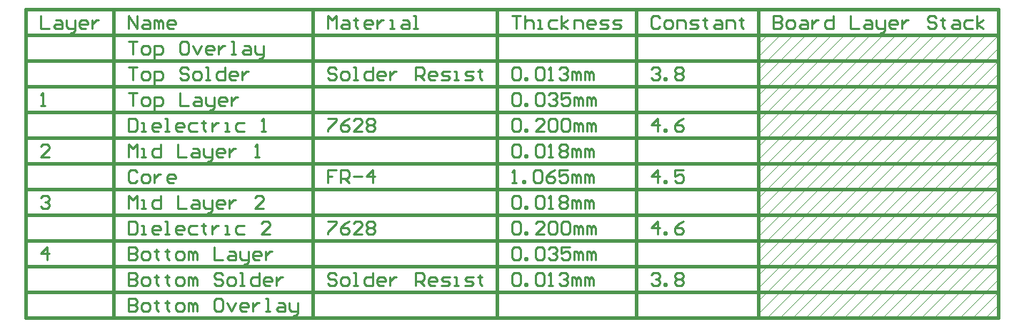
<source format=gbr>
%TF.GenerationSoftware,Altium Limited,Altium Designer,23.6.0 (18)*%
G04 Layer_Color=8388736*
%FSLAX45Y45*%
%MOMM*%
%TF.SameCoordinates,57B8E715-CDE8-4F81-9698-3B096703D57B*%
%TF.FilePolarity,Positive*%
%TF.FileFunction,Other,Layer_Stackup*%
%TF.Part,Single*%
G01*
G75*
%TA.AperFunction,NonConductor*%
%ADD38C,0.38100*%
%ADD39C,0.02540*%
%ADD40C,0.25400*%
D38*
X19050Y6571850D02*
X11547611D01*
X19050Y6876650D02*
X11547611D01*
X19050Y3219050D02*
Y6876650D01*
Y3219050D02*
X1060228D01*
X19050Y3523850D02*
X1060228D01*
X19050Y3828650D02*
X1060228D01*
X19050Y4133450D02*
X1060228D01*
X19050Y4438250D02*
X1060228D01*
X19050Y4743050D02*
X1060228D01*
X19050Y5047850D02*
X1060228D01*
X19050Y5352650D02*
X1060228D01*
X19050Y5657450D02*
X1060228D01*
X19050Y5962250D02*
X1060228D01*
X19050Y6267050D02*
X1060228D01*
Y3219050D02*
Y6876650D01*
Y3219050D02*
X3421779D01*
X1060228Y3523850D02*
X3421779D01*
X1060228Y3828650D02*
X3421779D01*
X1060228Y4133450D02*
X3421779D01*
X1060228Y4438250D02*
X3421779D01*
X1060228Y4743050D02*
X3421779D01*
X1060228Y5047850D02*
X3421779D01*
X1060228Y5352650D02*
X3421779D01*
X1060228Y5657450D02*
X3421779D01*
X1060228Y5962250D02*
X3421779D01*
X1060228Y6267050D02*
X3421779D01*
Y3219050D02*
Y6876650D01*
Y3219050D02*
X5605588D01*
X3421779Y3523850D02*
X5605588D01*
X3421779Y3828650D02*
X5605588D01*
X3421779Y4133450D02*
X5605588D01*
X3421779Y4438250D02*
X5605588D01*
X3421779Y4743050D02*
X5605588D01*
X3421779Y5047850D02*
X5605588D01*
X3421779Y5352650D02*
X5605588D01*
X3421779Y5657450D02*
X5605588D01*
X3421779Y5962250D02*
X5605588D01*
X3421779Y6267050D02*
X5605588D01*
Y3219050D02*
Y6876650D01*
Y3219050D02*
X7256169D01*
X5605588Y3523850D02*
X7256169D01*
X5605588Y3828650D02*
X7256169D01*
X5605588Y4133450D02*
X7256169D01*
X5605588Y4438250D02*
X7256169D01*
X5605588Y4743050D02*
X7256169D01*
X5605588Y5047850D02*
X7256169D01*
X5605588Y5352650D02*
X7256169D01*
X5605588Y5657450D02*
X7256169D01*
X5605588Y5962250D02*
X7256169D01*
X5605588Y6267050D02*
X7256169D01*
Y3219050D02*
Y6876650D01*
Y3219050D02*
X8703616D01*
X7256169Y3523850D02*
X8703616D01*
X7256169Y3828650D02*
X8703616D01*
X7256169Y4133450D02*
X8703616D01*
X7256169Y4438250D02*
X8703616D01*
X7256169Y4743050D02*
X8703616D01*
X7256169Y5047850D02*
X8703616D01*
X7256169Y5352650D02*
X8703616D01*
X7256169Y5657450D02*
X8703616D01*
X7256169Y5962250D02*
X8703616D01*
X7256169Y6267050D02*
X8703616D01*
Y3219050D02*
Y6876650D01*
Y3219050D02*
X11547611D01*
X8703616Y3523850D02*
X11547611D01*
X8703616Y3828650D02*
X11547611D01*
X8703616Y4133450D02*
X11547611D01*
X8703616Y4438250D02*
X11547611D01*
X8703616Y4743050D02*
X11547611D01*
X8703616Y5047850D02*
X11547611D01*
X8703616Y5352650D02*
X11547611D01*
X8703616Y5657450D02*
X11547611D01*
X8703616Y5962250D02*
X11547611D01*
X8703616Y6267050D02*
X11547611D01*
Y3219050D02*
Y6876650D01*
D39*
X11395211Y3219050D02*
X11547611Y3371450D01*
X11242811Y3219050D02*
X11547611Y3523850D01*
X11090411Y3219050D02*
X11395211Y3523850D01*
X10938011Y3219050D02*
X11242811Y3523850D01*
X10785611Y3219050D02*
X11090411Y3523850D01*
X10633211Y3219050D02*
X10938011Y3523850D01*
X10480811Y3219050D02*
X10785611Y3523850D01*
X10328411Y3219050D02*
X10633211Y3523850D01*
X10176011Y3219050D02*
X10480811Y3523850D01*
X10023611Y3219050D02*
X10328411Y3523850D01*
X9871211Y3219050D02*
X10176011Y3523850D01*
X9718811Y3219050D02*
X10023611Y3523850D01*
X9566411Y3219050D02*
X9871211Y3523850D01*
X9414011Y3219050D02*
X9718811Y3523850D01*
X9261611Y3219050D02*
X9566411Y3523850D01*
X9109211Y3219050D02*
X9414011Y3523850D01*
X8956811Y3219050D02*
X9261611Y3523850D01*
X8804411Y3219050D02*
X9109211Y3523850D01*
X8703616Y3270655D02*
X8956811Y3523850D01*
X8703616Y3423055D02*
X8804411Y3523850D01*
X11395211D02*
X11547611Y3676250D01*
X11242811Y3523850D02*
X11547611Y3828650D01*
X11090411Y3523850D02*
X11395211Y3828650D01*
X10938011Y3523850D02*
X11242811Y3828650D01*
X10785611Y3523850D02*
X11090411Y3828650D01*
X10633211Y3523850D02*
X10938011Y3828650D01*
X10480811Y3523850D02*
X10785611Y3828650D01*
X10328411Y3523850D02*
X10633211Y3828650D01*
X10176011Y3523850D02*
X10480811Y3828650D01*
X10023611Y3523850D02*
X10328411Y3828650D01*
X9871211Y3523850D02*
X10176011Y3828650D01*
X9718811Y3523850D02*
X10023611Y3828650D01*
X9566411Y3523850D02*
X9871211Y3828650D01*
X9414011Y3523850D02*
X9718811Y3828650D01*
X9261611Y3523850D02*
X9566411Y3828650D01*
X9109211Y3523850D02*
X9414011Y3828650D01*
X8956811Y3523850D02*
X9261611Y3828650D01*
X8804411Y3523850D02*
X9109211Y3828650D01*
X8703616Y3575455D02*
X8956811Y3828650D01*
X8703616Y3727855D02*
X8804411Y3828650D01*
X11395211D02*
X11547611Y3981050D01*
X11242811Y3828650D02*
X11547611Y4133450D01*
X11090411Y3828650D02*
X11395211Y4133450D01*
X10938011Y3828650D02*
X11242811Y4133450D01*
X10785611Y3828650D02*
X11090411Y4133450D01*
X10633211Y3828650D02*
X10938011Y4133450D01*
X10480811Y3828650D02*
X10785611Y4133450D01*
X10328411Y3828650D02*
X10633211Y4133450D01*
X10176011Y3828650D02*
X10480811Y4133450D01*
X10023611Y3828650D02*
X10328411Y4133450D01*
X9871211Y3828650D02*
X10176011Y4133450D01*
X9718811Y3828650D02*
X10023611Y4133450D01*
X9566411Y3828650D02*
X9871211Y4133450D01*
X9414011Y3828650D02*
X9718811Y4133450D01*
X9261611Y3828650D02*
X9566411Y4133450D01*
X9109211Y3828650D02*
X9414011Y4133450D01*
X8956811Y3828650D02*
X9261611Y4133450D01*
X8804411Y3828650D02*
X9109211Y4133450D01*
X8703616Y3880255D02*
X8956811Y4133450D01*
X8703616Y4032655D02*
X8804411Y4133450D01*
X11395211D02*
X11547611Y4285850D01*
X11242811Y4133450D02*
X11547611Y4438250D01*
X11090411Y4133450D02*
X11395211Y4438250D01*
X10938011Y4133450D02*
X11242811Y4438250D01*
X10785611Y4133450D02*
X11090411Y4438250D01*
X10633211Y4133450D02*
X10938011Y4438250D01*
X10480811Y4133450D02*
X10785611Y4438250D01*
X10328411Y4133450D02*
X10633211Y4438250D01*
X10176011Y4133450D02*
X10480811Y4438250D01*
X10023611Y4133450D02*
X10328411Y4438250D01*
X9871211Y4133450D02*
X10176011Y4438250D01*
X9718811Y4133450D02*
X10023611Y4438250D01*
X9566411Y4133450D02*
X9871211Y4438250D01*
X9414011Y4133450D02*
X9718811Y4438250D01*
X9261611Y4133450D02*
X9566411Y4438250D01*
X9109211Y4133450D02*
X9414011Y4438250D01*
X8956811Y4133450D02*
X9261611Y4438250D01*
X8804411Y4133450D02*
X9109211Y4438250D01*
X8703616Y4185055D02*
X8956811Y4438250D01*
X8703616Y4337455D02*
X8804411Y4438250D01*
X11395211D02*
X11547611Y4590650D01*
X11242811Y4438250D02*
X11547611Y4743050D01*
X11090411Y4438250D02*
X11395211Y4743050D01*
X10938011Y4438250D02*
X11242811Y4743050D01*
X10785611Y4438250D02*
X11090411Y4743050D01*
X10633211Y4438250D02*
X10938011Y4743050D01*
X10480811Y4438250D02*
X10785611Y4743050D01*
X10328411Y4438250D02*
X10633211Y4743050D01*
X10176011Y4438250D02*
X10480811Y4743050D01*
X10023611Y4438250D02*
X10328411Y4743050D01*
X9871211Y4438250D02*
X10176011Y4743050D01*
X9718811Y4438250D02*
X10023611Y4743050D01*
X9566411Y4438250D02*
X9871211Y4743050D01*
X9414011Y4438250D02*
X9718811Y4743050D01*
X9261611Y4438250D02*
X9566411Y4743050D01*
X9109211Y4438250D02*
X9414011Y4743050D01*
X8956811Y4438250D02*
X9261611Y4743050D01*
X8804411Y4438250D02*
X9109211Y4743050D01*
X8703616Y4489855D02*
X8956811Y4743050D01*
X8703616Y4642255D02*
X8804411Y4743050D01*
X11395211D02*
X11547611Y4895450D01*
X11242811Y4743050D02*
X11547611Y5047850D01*
X11090411Y4743050D02*
X11395211Y5047850D01*
X10938011Y4743050D02*
X11242811Y5047850D01*
X10785611Y4743050D02*
X11090411Y5047850D01*
X10633211Y4743050D02*
X10938011Y5047850D01*
X10480811Y4743050D02*
X10785611Y5047850D01*
X10328411Y4743050D02*
X10633211Y5047850D01*
X10176011Y4743050D02*
X10480811Y5047850D01*
X10023611Y4743050D02*
X10328411Y5047850D01*
X9871211Y4743050D02*
X10176011Y5047850D01*
X9718811Y4743050D02*
X10023611Y5047850D01*
X9566411Y4743050D02*
X9871211Y5047850D01*
X9414011Y4743050D02*
X9718811Y5047850D01*
X9261611Y4743050D02*
X9566411Y5047850D01*
X9109211Y4743050D02*
X9414011Y5047850D01*
X8956811Y4743050D02*
X9261611Y5047850D01*
X8804411Y4743050D02*
X9109211Y5047850D01*
X8703616Y4794655D02*
X8956811Y5047850D01*
X8703616Y4947055D02*
X8804411Y5047850D01*
X11395211D02*
X11547611Y5200250D01*
X11242811Y5047850D02*
X11547611Y5352650D01*
X11090411Y5047850D02*
X11395211Y5352650D01*
X10938011Y5047850D02*
X11242811Y5352650D01*
X10785611Y5047850D02*
X11090411Y5352650D01*
X10633211Y5047850D02*
X10938011Y5352650D01*
X10480811Y5047850D02*
X10785611Y5352650D01*
X10328411Y5047850D02*
X10633211Y5352650D01*
X10176011Y5047850D02*
X10480811Y5352650D01*
X10023611Y5047850D02*
X10328411Y5352650D01*
X9871211Y5047850D02*
X10176011Y5352650D01*
X9718811Y5047850D02*
X10023611Y5352650D01*
X9566411Y5047850D02*
X9871211Y5352650D01*
X9414011Y5047850D02*
X9718811Y5352650D01*
X9261611Y5047850D02*
X9566411Y5352650D01*
X9109211Y5047850D02*
X9414011Y5352650D01*
X8956811Y5047850D02*
X9261611Y5352650D01*
X8804411Y5047850D02*
X9109211Y5352650D01*
X8703616Y5099455D02*
X8956811Y5352650D01*
X8703616Y5251855D02*
X8804411Y5352650D01*
X11395211D02*
X11547611Y5505050D01*
X11242811Y5352650D02*
X11547611Y5657450D01*
X11090411Y5352650D02*
X11395211Y5657450D01*
X10938011Y5352650D02*
X11242811Y5657450D01*
X10785611Y5352650D02*
X11090411Y5657450D01*
X10633211Y5352650D02*
X10938011Y5657450D01*
X10480811Y5352650D02*
X10785611Y5657450D01*
X10328411Y5352650D02*
X10633211Y5657450D01*
X10176011Y5352650D02*
X10480811Y5657450D01*
X10023611Y5352650D02*
X10328411Y5657450D01*
X9871211Y5352650D02*
X10176011Y5657450D01*
X9718811Y5352650D02*
X10023611Y5657450D01*
X9566411Y5352650D02*
X9871211Y5657450D01*
X9414011Y5352650D02*
X9718811Y5657450D01*
X9261611Y5352650D02*
X9566411Y5657450D01*
X9109211Y5352650D02*
X9414011Y5657450D01*
X8956811Y5352650D02*
X9261611Y5657450D01*
X8804411Y5352650D02*
X9109211Y5657450D01*
X8703616Y5404255D02*
X8956811Y5657450D01*
X8703616Y5556655D02*
X8804411Y5657450D01*
X11395211D02*
X11547611Y5809850D01*
X11242811Y5657450D02*
X11547611Y5962250D01*
X11090411Y5657450D02*
X11395211Y5962250D01*
X10938011Y5657450D02*
X11242811Y5962250D01*
X10785611Y5657450D02*
X11090411Y5962250D01*
X10633211Y5657450D02*
X10938011Y5962250D01*
X10480811Y5657450D02*
X10785611Y5962250D01*
X10328411Y5657450D02*
X10633211Y5962250D01*
X10176011Y5657450D02*
X10480811Y5962250D01*
X10023611Y5657450D02*
X10328411Y5962250D01*
X9871211Y5657450D02*
X10176011Y5962250D01*
X9718811Y5657450D02*
X10023611Y5962250D01*
X9566411Y5657450D02*
X9871211Y5962250D01*
X9414011Y5657450D02*
X9718811Y5962250D01*
X9261611Y5657450D02*
X9566411Y5962250D01*
X9109211Y5657450D02*
X9414011Y5962250D01*
X8956811Y5657450D02*
X9261611Y5962250D01*
X8804411Y5657450D02*
X9109211Y5962250D01*
X8703616Y5709055D02*
X8956811Y5962250D01*
X8703616Y5861455D02*
X8804411Y5962250D01*
X11395211D02*
X11547611Y6114650D01*
X11242811Y5962250D02*
X11547611Y6267050D01*
X11090411Y5962250D02*
X11395211Y6267050D01*
X10938011Y5962250D02*
X11242811Y6267050D01*
X10785611Y5962250D02*
X11090411Y6267050D01*
X10633211Y5962250D02*
X10938011Y6267050D01*
X10480811Y5962250D02*
X10785611Y6267050D01*
X10328411Y5962250D02*
X10633211Y6267050D01*
X10176011Y5962250D02*
X10480811Y6267050D01*
X10023611Y5962250D02*
X10328411Y6267050D01*
X9871211Y5962250D02*
X10176011Y6267050D01*
X9718811Y5962250D02*
X10023611Y6267050D01*
X9566411Y5962250D02*
X9871211Y6267050D01*
X9414011Y5962250D02*
X9718811Y6267050D01*
X9261611Y5962250D02*
X9566411Y6267050D01*
X9109211Y5962250D02*
X9414011Y6267050D01*
X8956811Y5962250D02*
X9261611Y6267050D01*
X8804411Y5962250D02*
X9109211Y6267050D01*
X8703616Y6013855D02*
X8956811Y6267050D01*
X8703616Y6166255D02*
X8804411Y6267050D01*
X11395211D02*
X11547611Y6419450D01*
X11242811Y6267050D02*
X11547611Y6571850D01*
X11090411Y6267050D02*
X11395211Y6571850D01*
X10938011Y6267050D02*
X11242811Y6571850D01*
X10785611Y6267050D02*
X11090411Y6571850D01*
X10633211Y6267050D02*
X10938011Y6571850D01*
X10480811Y6267050D02*
X10785611Y6571850D01*
X10328411Y6267050D02*
X10633211Y6571850D01*
X10176011Y6267050D02*
X10480811Y6571850D01*
X10023611Y6267050D02*
X10328411Y6571850D01*
X9871211Y6267050D02*
X10176011Y6571850D01*
X9718811Y6267050D02*
X10023611Y6571850D01*
X9566411Y6267050D02*
X9871211Y6571850D01*
X9414011Y6267050D02*
X9718811Y6571850D01*
X9261611Y6267050D02*
X9566411Y6571850D01*
X9109211Y6267050D02*
X9414011Y6571850D01*
X8956811Y6267050D02*
X9261611Y6571850D01*
X8804411Y6267050D02*
X9109211Y6571850D01*
X8703616Y6318655D02*
X8956811Y6571850D01*
X8703616Y6471055D02*
X8804411Y6571850D01*
D40*
X196850Y6800401D02*
Y6648050D01*
X298417D01*
X374593Y6749617D02*
X425376D01*
X450768Y6724225D01*
Y6648050D01*
X374593D01*
X349201Y6673442D01*
X374593Y6698833D01*
X450768D01*
X501551Y6749617D02*
Y6673442D01*
X526943Y6648050D01*
X603119D01*
Y6622658D01*
X577727Y6597266D01*
X552335D01*
X603119Y6648050D02*
Y6749617D01*
X730078Y6648050D02*
X679294D01*
X653902Y6673442D01*
Y6724225D01*
X679294Y6749617D01*
X730078D01*
X755469Y6724225D01*
Y6698833D01*
X653902D01*
X806253Y6749617D02*
Y6648050D01*
Y6698833D01*
X831645Y6724225D01*
X857036Y6749617D01*
X882428D01*
X273025Y3904850D02*
Y4057201D01*
X196850Y3981025D01*
X298417D01*
X196850Y4641409D02*
X222242Y4666801D01*
X273025D01*
X298417Y4641409D01*
Y4616017D01*
X273025Y4590625D01*
X247633D01*
X273025D01*
X298417Y4565233D01*
Y4539842D01*
X273025Y4514450D01*
X222242D01*
X196850Y4539842D01*
X298417Y5124050D02*
X196850D01*
X298417Y5225617D01*
Y5251009D01*
X273025Y5276401D01*
X222242D01*
X196850Y5251009D01*
Y5733650D02*
X247633D01*
X222242D01*
Y5886001D01*
X196850Y5860609D01*
X1238028Y6648050D02*
Y6800401D01*
X1339595Y6648050D01*
Y6800401D01*
X1415771Y6749617D02*
X1466554D01*
X1491946Y6724225D01*
Y6648050D01*
X1415771D01*
X1390379Y6673442D01*
X1415771Y6698833D01*
X1491946D01*
X1542730Y6648050D02*
Y6749617D01*
X1568122D01*
X1593513Y6724225D01*
Y6648050D01*
Y6724225D01*
X1618905Y6749617D01*
X1644297Y6724225D01*
Y6648050D01*
X1771256D02*
X1720472D01*
X1695080Y6673442D01*
Y6724225D01*
X1720472Y6749617D01*
X1771256D01*
X1796648Y6724225D01*
Y6698833D01*
X1695080D01*
X1238028Y3447601D02*
Y3295250D01*
X1314204D01*
X1339595Y3320642D01*
Y3346033D01*
X1314204Y3371425D01*
X1238028D01*
X1314204D01*
X1339595Y3396817D01*
Y3422209D01*
X1314204Y3447601D01*
X1238028D01*
X1415771Y3295250D02*
X1466554D01*
X1491946Y3320642D01*
Y3371425D01*
X1466554Y3396817D01*
X1415771D01*
X1390379Y3371425D01*
Y3320642D01*
X1415771Y3295250D01*
X1568122Y3422209D02*
Y3396817D01*
X1542730D01*
X1593513D01*
X1568122D01*
Y3320642D01*
X1593513Y3295250D01*
X1695080Y3422209D02*
Y3396817D01*
X1669689D01*
X1720472D01*
X1695080D01*
Y3320642D01*
X1720472Y3295250D01*
X1822039D02*
X1872823D01*
X1898215Y3320642D01*
Y3371425D01*
X1872823Y3396817D01*
X1822039D01*
X1796647Y3371425D01*
Y3320642D01*
X1822039Y3295250D01*
X1948998D02*
Y3396817D01*
X1974390D01*
X1999782Y3371425D01*
Y3295250D01*
Y3371425D01*
X2025173Y3396817D01*
X2050565Y3371425D01*
Y3295250D01*
X2329875Y3447601D02*
X2279091D01*
X2253700Y3422209D01*
Y3320642D01*
X2279091Y3295250D01*
X2329875D01*
X2355267Y3320642D01*
Y3422209D01*
X2329875Y3447601D01*
X2406050Y3396817D02*
X2456834Y3295250D01*
X2507618Y3396817D01*
X2634576Y3295250D02*
X2583793D01*
X2558401Y3320642D01*
Y3371425D01*
X2583793Y3396817D01*
X2634576D01*
X2659968Y3371425D01*
Y3346033D01*
X2558401D01*
X2710752Y3396817D02*
Y3295250D01*
Y3346033D01*
X2736144Y3371425D01*
X2761535Y3396817D01*
X2786927D01*
X2863102Y3295250D02*
X2913886D01*
X2888494D01*
Y3447601D01*
X2863102D01*
X3015453Y3396817D02*
X3066237D01*
X3091629Y3371425D01*
Y3295250D01*
X3015453D01*
X2990061Y3320642D01*
X3015453Y3346033D01*
X3091629D01*
X3142412Y3396817D02*
Y3320642D01*
X3167804Y3295250D01*
X3243979D01*
Y3269858D01*
X3218587Y3244466D01*
X3193196D01*
X3243979Y3295250D02*
Y3396817D01*
X1238028Y3752401D02*
Y3600050D01*
X1314204D01*
X1339595Y3625442D01*
Y3650833D01*
X1314204Y3676225D01*
X1238028D01*
X1314204D01*
X1339595Y3701617D01*
Y3727009D01*
X1314204Y3752401D01*
X1238028D01*
X1415771Y3600050D02*
X1466554D01*
X1491946Y3625442D01*
Y3676225D01*
X1466554Y3701617D01*
X1415771D01*
X1390379Y3676225D01*
Y3625442D01*
X1415771Y3600050D01*
X1568122Y3727009D02*
Y3701617D01*
X1542730D01*
X1593513D01*
X1568122D01*
Y3625442D01*
X1593513Y3600050D01*
X1695080Y3727009D02*
Y3701617D01*
X1669689D01*
X1720472D01*
X1695080D01*
Y3625442D01*
X1720472Y3600050D01*
X1822039D02*
X1872823D01*
X1898215Y3625442D01*
Y3676225D01*
X1872823Y3701617D01*
X1822039D01*
X1796647Y3676225D01*
Y3625442D01*
X1822039Y3600050D01*
X1948998D02*
Y3701617D01*
X1974390D01*
X1999782Y3676225D01*
Y3600050D01*
Y3676225D01*
X2025173Y3701617D01*
X2050565Y3676225D01*
Y3600050D01*
X2355267Y3727009D02*
X2329875Y3752401D01*
X2279091D01*
X2253700Y3727009D01*
Y3701617D01*
X2279091Y3676225D01*
X2329875D01*
X2355267Y3650833D01*
Y3625442D01*
X2329875Y3600050D01*
X2279091D01*
X2253700Y3625442D01*
X2431442Y3600050D02*
X2482226D01*
X2507618Y3625442D01*
Y3676225D01*
X2482226Y3701617D01*
X2431442D01*
X2406050Y3676225D01*
Y3625442D01*
X2431442Y3600050D01*
X2558401D02*
X2609185D01*
X2583793D01*
Y3752401D01*
X2558401D01*
X2786927D02*
Y3600050D01*
X2710752D01*
X2685360Y3625442D01*
Y3676225D01*
X2710752Y3701617D01*
X2786927D01*
X2913886Y3600050D02*
X2863102D01*
X2837711Y3625442D01*
Y3676225D01*
X2863102Y3701617D01*
X2913886D01*
X2939278Y3676225D01*
Y3650833D01*
X2837711D01*
X2990061Y3701617D02*
Y3600050D01*
Y3650833D01*
X3015453Y3676225D01*
X3040845Y3701617D01*
X3066237D01*
X1238028Y4057201D02*
Y3904850D01*
X1314204D01*
X1339595Y3930242D01*
Y3955633D01*
X1314204Y3981025D01*
X1238028D01*
X1314204D01*
X1339595Y4006417D01*
Y4031809D01*
X1314204Y4057201D01*
X1238028D01*
X1415771Y3904850D02*
X1466554D01*
X1491946Y3930242D01*
Y3981025D01*
X1466554Y4006417D01*
X1415771D01*
X1390379Y3981025D01*
Y3930242D01*
X1415771Y3904850D01*
X1568122Y4031809D02*
Y4006417D01*
X1542730D01*
X1593513D01*
X1568122D01*
Y3930242D01*
X1593513Y3904850D01*
X1695080Y4031809D02*
Y4006417D01*
X1669689D01*
X1720472D01*
X1695080D01*
Y3930242D01*
X1720472Y3904850D01*
X1822039D02*
X1872823D01*
X1898215Y3930242D01*
Y3981025D01*
X1872823Y4006417D01*
X1822039D01*
X1796647Y3981025D01*
Y3930242D01*
X1822039Y3904850D01*
X1948998D02*
Y4006417D01*
X1974390D01*
X1999782Y3981025D01*
Y3904850D01*
Y3981025D01*
X2025173Y4006417D01*
X2050565Y3981025D01*
Y3904850D01*
X2253700Y4057201D02*
Y3904850D01*
X2355267D01*
X2431442Y4006417D02*
X2482226D01*
X2507618Y3981025D01*
Y3904850D01*
X2431442D01*
X2406050Y3930242D01*
X2431442Y3955633D01*
X2507618D01*
X2558401Y4006417D02*
Y3930242D01*
X2583793Y3904850D01*
X2659968D01*
Y3879458D01*
X2634576Y3854066D01*
X2609185D01*
X2659968Y3904850D02*
Y4006417D01*
X2786927Y3904850D02*
X2736144D01*
X2710752Y3930242D01*
Y3981025D01*
X2736144Y4006417D01*
X2786927D01*
X2812319Y3981025D01*
Y3955633D01*
X2710752D01*
X2863102Y4006417D02*
Y3904850D01*
Y3955633D01*
X2888494Y3981025D01*
X2913886Y4006417D01*
X2939278D01*
X1238028Y4362001D02*
Y4209650D01*
X1314204D01*
X1339595Y4235042D01*
Y4336609D01*
X1314204Y4362001D01*
X1238028D01*
X1390379Y4209650D02*
X1441162D01*
X1415771D01*
Y4311217D01*
X1390379D01*
X1593513Y4209650D02*
X1542730D01*
X1517338Y4235042D01*
Y4285825D01*
X1542730Y4311217D01*
X1593513D01*
X1618905Y4285825D01*
Y4260433D01*
X1517338D01*
X1669689Y4209650D02*
X1720472D01*
X1695080D01*
Y4362001D01*
X1669689D01*
X1872823Y4209650D02*
X1822039D01*
X1796647Y4235042D01*
Y4285825D01*
X1822039Y4311217D01*
X1872823D01*
X1898215Y4285825D01*
Y4260433D01*
X1796647D01*
X2050565Y4311217D02*
X1974390D01*
X1948998Y4285825D01*
Y4235042D01*
X1974390Y4209650D01*
X2050565D01*
X2126741Y4336609D02*
Y4311217D01*
X2101349D01*
X2152132D01*
X2126741D01*
Y4235042D01*
X2152132Y4209650D01*
X2228308Y4311217D02*
Y4209650D01*
Y4260433D01*
X2253700Y4285825D01*
X2279091Y4311217D01*
X2304483D01*
X2380658Y4209650D02*
X2431442D01*
X2406050D01*
Y4311217D01*
X2380658D01*
X2609185D02*
X2533009D01*
X2507617Y4285825D01*
Y4235042D01*
X2533009Y4209650D01*
X2609185D01*
X2913886D02*
X2812319D01*
X2913886Y4311217D01*
Y4336609D01*
X2888494Y4362001D01*
X2837711D01*
X2812319Y4336609D01*
X1238028Y4514450D02*
Y4666801D01*
X1288812Y4616017D01*
X1339595Y4666801D01*
Y4514450D01*
X1390379D02*
X1441162D01*
X1415771D01*
Y4616017D01*
X1390379D01*
X1618905Y4666801D02*
Y4514450D01*
X1542730D01*
X1517338Y4539842D01*
Y4590625D01*
X1542730Y4616017D01*
X1618905D01*
X1822039Y4666801D02*
Y4514450D01*
X1923607D01*
X1999782Y4616017D02*
X2050565D01*
X2075957Y4590625D01*
Y4514450D01*
X1999782D01*
X1974390Y4539842D01*
X1999782Y4565233D01*
X2075957D01*
X2126741Y4616017D02*
Y4539842D01*
X2152133Y4514450D01*
X2228308D01*
Y4489058D01*
X2202916Y4463666D01*
X2177524D01*
X2228308Y4514450D02*
Y4616017D01*
X2355267Y4514450D02*
X2304483D01*
X2279091Y4539842D01*
Y4590625D01*
X2304483Y4616017D01*
X2355267D01*
X2380659Y4590625D01*
Y4565233D01*
X2279091D01*
X2431442Y4616017D02*
Y4514450D01*
Y4565233D01*
X2456834Y4590625D01*
X2482226Y4616017D01*
X2507618D01*
X2837711Y4514450D02*
X2736144D01*
X2837711Y4616017D01*
Y4641409D01*
X2812319Y4666801D01*
X2761535D01*
X2736144Y4641409D01*
X1339595Y4946209D02*
X1314204Y4971601D01*
X1263420D01*
X1238028Y4946209D01*
Y4844642D01*
X1263420Y4819250D01*
X1314204D01*
X1339595Y4844642D01*
X1415771Y4819250D02*
X1466554D01*
X1491946Y4844642D01*
Y4895425D01*
X1466554Y4920817D01*
X1415771D01*
X1390379Y4895425D01*
Y4844642D01*
X1415771Y4819250D01*
X1542730Y4920817D02*
Y4819250D01*
Y4870033D01*
X1568122Y4895425D01*
X1593513Y4920817D01*
X1618905D01*
X1771256Y4819250D02*
X1720472D01*
X1695080Y4844642D01*
Y4895425D01*
X1720472Y4920817D01*
X1771256D01*
X1796648Y4895425D01*
Y4870033D01*
X1695080D01*
X1238028Y5124050D02*
Y5276401D01*
X1288812Y5225617D01*
X1339595Y5276401D01*
Y5124050D01*
X1390379D02*
X1441162D01*
X1415771D01*
Y5225617D01*
X1390379D01*
X1618905Y5276401D02*
Y5124050D01*
X1542730D01*
X1517338Y5149442D01*
Y5200225D01*
X1542730Y5225617D01*
X1618905D01*
X1822039Y5276401D02*
Y5124050D01*
X1923607D01*
X1999782Y5225617D02*
X2050565D01*
X2075957Y5200225D01*
Y5124050D01*
X1999782D01*
X1974390Y5149442D01*
X1999782Y5174833D01*
X2075957D01*
X2126741Y5225617D02*
Y5149442D01*
X2152133Y5124050D01*
X2228308D01*
Y5098658D01*
X2202916Y5073266D01*
X2177524D01*
X2228308Y5124050D02*
Y5225617D01*
X2355267Y5124050D02*
X2304483D01*
X2279091Y5149442D01*
Y5200225D01*
X2304483Y5225617D01*
X2355267D01*
X2380659Y5200225D01*
Y5174833D01*
X2279091D01*
X2431442Y5225617D02*
Y5124050D01*
Y5174833D01*
X2456834Y5200225D01*
X2482226Y5225617D01*
X2507618D01*
X2736144Y5124050D02*
X2786927D01*
X2761535D01*
Y5276401D01*
X2736144Y5251009D01*
X1238028Y5581201D02*
Y5428850D01*
X1314204D01*
X1339595Y5454242D01*
Y5555809D01*
X1314204Y5581201D01*
X1238028D01*
X1390379Y5428850D02*
X1441162D01*
X1415771D01*
Y5530417D01*
X1390379D01*
X1593513Y5428850D02*
X1542730D01*
X1517338Y5454242D01*
Y5505025D01*
X1542730Y5530417D01*
X1593513D01*
X1618905Y5505025D01*
Y5479633D01*
X1517338D01*
X1669689Y5428850D02*
X1720472D01*
X1695080D01*
Y5581201D01*
X1669689D01*
X1872823Y5428850D02*
X1822039D01*
X1796647Y5454242D01*
Y5505025D01*
X1822039Y5530417D01*
X1872823D01*
X1898215Y5505025D01*
Y5479633D01*
X1796647D01*
X2050565Y5530417D02*
X1974390D01*
X1948998Y5505025D01*
Y5454242D01*
X1974390Y5428850D01*
X2050565D01*
X2126741Y5555809D02*
Y5530417D01*
X2101349D01*
X2152132D01*
X2126741D01*
Y5454242D01*
X2152132Y5428850D01*
X2228308Y5530417D02*
Y5428850D01*
Y5479633D01*
X2253700Y5505025D01*
X2279091Y5530417D01*
X2304483D01*
X2380658Y5428850D02*
X2431442D01*
X2406050D01*
Y5530417D01*
X2380658D01*
X2609185D02*
X2533009D01*
X2507617Y5505025D01*
Y5454242D01*
X2533009Y5428850D01*
X2609185D01*
X2812319D02*
X2863102D01*
X2837711D01*
Y5581201D01*
X2812319Y5555809D01*
X1238028Y5886001D02*
X1339595D01*
X1288812D01*
Y5733650D01*
X1415771D02*
X1466554D01*
X1491946Y5759042D01*
Y5809825D01*
X1466554Y5835217D01*
X1415771D01*
X1390379Y5809825D01*
Y5759042D01*
X1415771Y5733650D01*
X1542730Y5682866D02*
Y5835217D01*
X1618905D01*
X1644297Y5809825D01*
Y5759042D01*
X1618905Y5733650D01*
X1542730D01*
X1847431Y5886001D02*
Y5733650D01*
X1948998D01*
X2025174Y5835217D02*
X2075957D01*
X2101349Y5809825D01*
Y5733650D01*
X2025174D01*
X1999782Y5759042D01*
X2025174Y5784433D01*
X2101349D01*
X2152133Y5835217D02*
Y5759042D01*
X2177524Y5733650D01*
X2253700D01*
Y5708258D01*
X2228308Y5682866D01*
X2202916D01*
X2253700Y5733650D02*
Y5835217D01*
X2380659Y5733650D02*
X2329875D01*
X2304483Y5759042D01*
Y5809825D01*
X2329875Y5835217D01*
X2380659D01*
X2406051Y5809825D01*
Y5784433D01*
X2304483D01*
X2456834Y5835217D02*
Y5733650D01*
Y5784433D01*
X2482226Y5809825D01*
X2507618Y5835217D01*
X2533009D01*
X1238028Y6190801D02*
X1339595D01*
X1288812D01*
Y6038450D01*
X1415771D02*
X1466554D01*
X1491946Y6063842D01*
Y6114625D01*
X1466554Y6140017D01*
X1415771D01*
X1390379Y6114625D01*
Y6063842D01*
X1415771Y6038450D01*
X1542730Y5987666D02*
Y6140017D01*
X1618905D01*
X1644297Y6114625D01*
Y6063842D01*
X1618905Y6038450D01*
X1542730D01*
X1948998Y6165409D02*
X1923607Y6190801D01*
X1872823D01*
X1847431Y6165409D01*
Y6140017D01*
X1872823Y6114625D01*
X1923607D01*
X1948998Y6089233D01*
Y6063842D01*
X1923607Y6038450D01*
X1872823D01*
X1847431Y6063842D01*
X2025174Y6038450D02*
X2075957D01*
X2101349Y6063842D01*
Y6114625D01*
X2075957Y6140017D01*
X2025174D01*
X1999782Y6114625D01*
Y6063842D01*
X2025174Y6038450D01*
X2152133D02*
X2202916D01*
X2177524D01*
Y6190801D01*
X2152133D01*
X2380659D02*
Y6038450D01*
X2304483D01*
X2279091Y6063842D01*
Y6114625D01*
X2304483Y6140017D01*
X2380659D01*
X2507618Y6038450D02*
X2456834D01*
X2431442Y6063842D01*
Y6114625D01*
X2456834Y6140017D01*
X2507618D01*
X2533009Y6114625D01*
Y6089233D01*
X2431442D01*
X2583793Y6140017D02*
Y6038450D01*
Y6089233D01*
X2609185Y6114625D01*
X2634576Y6140017D01*
X2659968D01*
X1238028Y6495601D02*
X1339595D01*
X1288812D01*
Y6343250D01*
X1415771D02*
X1466554D01*
X1491946Y6368642D01*
Y6419425D01*
X1466554Y6444817D01*
X1415771D01*
X1390379Y6419425D01*
Y6368642D01*
X1415771Y6343250D01*
X1542730Y6292466D02*
Y6444817D01*
X1618905D01*
X1644297Y6419425D01*
Y6368642D01*
X1618905Y6343250D01*
X1542730D01*
X1923607Y6495601D02*
X1872823D01*
X1847431Y6470209D01*
Y6368642D01*
X1872823Y6343250D01*
X1923607D01*
X1948998Y6368642D01*
Y6470209D01*
X1923607Y6495601D01*
X1999782Y6444817D02*
X2050565Y6343250D01*
X2101349Y6444817D01*
X2228308Y6343250D02*
X2177524D01*
X2152133Y6368642D01*
Y6419425D01*
X2177524Y6444817D01*
X2228308D01*
X2253700Y6419425D01*
Y6394033D01*
X2152133D01*
X2304483Y6444817D02*
Y6343250D01*
Y6394033D01*
X2329875Y6419425D01*
X2355267Y6444817D01*
X2380659D01*
X2456834Y6343250D02*
X2507618D01*
X2482226D01*
Y6495601D01*
X2456834D01*
X2609185Y6444817D02*
X2659968D01*
X2685360Y6419425D01*
Y6343250D01*
X2609185D01*
X2583793Y6368642D01*
X2609185Y6394033D01*
X2685360D01*
X2736144Y6444817D02*
Y6368642D01*
X2761535Y6343250D01*
X2837711D01*
Y6317858D01*
X2812319Y6292466D01*
X2786927D01*
X2837711Y6343250D02*
Y6444817D01*
X3599579Y6648050D02*
Y6800401D01*
X3650363Y6749617D01*
X3701147Y6800401D01*
Y6648050D01*
X3777322Y6749617D02*
X3828105D01*
X3853497Y6724225D01*
Y6648050D01*
X3777322D01*
X3751930Y6673442D01*
X3777322Y6698833D01*
X3853497D01*
X3929673Y6775009D02*
Y6749617D01*
X3904281D01*
X3955064D01*
X3929673D01*
Y6673442D01*
X3955064Y6648050D01*
X4107415D02*
X4056631D01*
X4031240Y6673442D01*
Y6724225D01*
X4056631Y6749617D01*
X4107415D01*
X4132807Y6724225D01*
Y6698833D01*
X4031240D01*
X4183590Y6749617D02*
Y6648050D01*
Y6698833D01*
X4208982Y6724225D01*
X4234374Y6749617D01*
X4259766D01*
X4335941Y6648050D02*
X4386725D01*
X4361333D01*
Y6749617D01*
X4335941D01*
X4488292D02*
X4539075D01*
X4564467Y6724225D01*
Y6648050D01*
X4488292D01*
X4462900Y6673442D01*
X4488292Y6698833D01*
X4564467D01*
X4615251Y6648050D02*
X4666034D01*
X4640642D01*
Y6800401D01*
X4615251D01*
X3701147Y3727009D02*
X3675755Y3752401D01*
X3624971D01*
X3599579Y3727009D01*
Y3701617D01*
X3624971Y3676225D01*
X3675755D01*
X3701147Y3650833D01*
Y3625442D01*
X3675755Y3600050D01*
X3624971D01*
X3599579Y3625442D01*
X3777322Y3600050D02*
X3828105D01*
X3853497Y3625442D01*
Y3676225D01*
X3828105Y3701617D01*
X3777322D01*
X3751930Y3676225D01*
Y3625442D01*
X3777322Y3600050D01*
X3904281D02*
X3955064D01*
X3929673D01*
Y3752401D01*
X3904281D01*
X4132807D02*
Y3600050D01*
X4056631D01*
X4031240Y3625442D01*
Y3676225D01*
X4056631Y3701617D01*
X4132807D01*
X4259766Y3600050D02*
X4208982D01*
X4183590Y3625442D01*
Y3676225D01*
X4208982Y3701617D01*
X4259766D01*
X4285158Y3676225D01*
Y3650833D01*
X4183590D01*
X4335941Y3701617D02*
Y3600050D01*
Y3650833D01*
X4361333Y3676225D01*
X4386725Y3701617D01*
X4412116D01*
X4640642Y3600050D02*
Y3752401D01*
X4716818D01*
X4742210Y3727009D01*
Y3676225D01*
X4716818Y3650833D01*
X4640642D01*
X4691426D02*
X4742210Y3600050D01*
X4869169D02*
X4818385D01*
X4792993Y3625442D01*
Y3676225D01*
X4818385Y3701617D01*
X4869169D01*
X4894560Y3676225D01*
Y3650833D01*
X4792993D01*
X4945344Y3600050D02*
X5021519D01*
X5046911Y3625442D01*
X5021519Y3650833D01*
X4970736D01*
X4945344Y3676225D01*
X4970736Y3701617D01*
X5046911D01*
X5097695Y3600050D02*
X5148478D01*
X5123087D01*
Y3701617D01*
X5097695D01*
X5224654Y3600050D02*
X5300829D01*
X5326221Y3625442D01*
X5300829Y3650833D01*
X5250045D01*
X5224654Y3676225D01*
X5250045Y3701617D01*
X5326221D01*
X5402396Y3727009D02*
Y3701617D01*
X5377004D01*
X5427788D01*
X5402396D01*
Y3625442D01*
X5427788Y3600050D01*
X3599579Y4362001D02*
X3701147D01*
Y4336609D01*
X3599579Y4235042D01*
Y4209650D01*
X3853497Y4362001D02*
X3802714Y4336609D01*
X3751930Y4285825D01*
Y4235042D01*
X3777322Y4209650D01*
X3828105D01*
X3853497Y4235042D01*
Y4260433D01*
X3828105Y4285825D01*
X3751930D01*
X4005848Y4209650D02*
X3904281D01*
X4005848Y4311217D01*
Y4336609D01*
X3980456Y4362001D01*
X3929673D01*
X3904281Y4336609D01*
X4056631D02*
X4082023Y4362001D01*
X4132807D01*
X4158199Y4336609D01*
Y4311217D01*
X4132807Y4285825D01*
X4158199Y4260433D01*
Y4235042D01*
X4132807Y4209650D01*
X4082023D01*
X4056631Y4235042D01*
Y4260433D01*
X4082023Y4285825D01*
X4056631Y4311217D01*
Y4336609D01*
X4082023Y4285825D02*
X4132807D01*
X3701147Y4971601D02*
X3599579D01*
Y4895425D01*
X3650363D01*
X3599579D01*
Y4819250D01*
X3751930D02*
Y4971601D01*
X3828105D01*
X3853497Y4946209D01*
Y4895425D01*
X3828105Y4870033D01*
X3751930D01*
X3802714D02*
X3853497Y4819250D01*
X3904281Y4895425D02*
X4005848D01*
X4132807Y4819250D02*
Y4971601D01*
X4056631Y4895425D01*
X4158199D01*
X3599579Y5581201D02*
X3701147D01*
Y5555809D01*
X3599579Y5454242D01*
Y5428850D01*
X3853497Y5581201D02*
X3802714Y5555809D01*
X3751930Y5505025D01*
Y5454242D01*
X3777322Y5428850D01*
X3828105D01*
X3853497Y5454242D01*
Y5479633D01*
X3828105Y5505025D01*
X3751930D01*
X4005848Y5428850D02*
X3904281D01*
X4005848Y5530417D01*
Y5555809D01*
X3980456Y5581201D01*
X3929673D01*
X3904281Y5555809D01*
X4056631D02*
X4082023Y5581201D01*
X4132807D01*
X4158199Y5555809D01*
Y5530417D01*
X4132807Y5505025D01*
X4158199Y5479633D01*
Y5454242D01*
X4132807Y5428850D01*
X4082023D01*
X4056631Y5454242D01*
Y5479633D01*
X4082023Y5505025D01*
X4056631Y5530417D01*
Y5555809D01*
X4082023Y5505025D02*
X4132807D01*
X3701147Y6165409D02*
X3675755Y6190801D01*
X3624971D01*
X3599579Y6165409D01*
Y6140017D01*
X3624971Y6114625D01*
X3675755D01*
X3701147Y6089233D01*
Y6063842D01*
X3675755Y6038450D01*
X3624971D01*
X3599579Y6063842D01*
X3777322Y6038450D02*
X3828105D01*
X3853497Y6063842D01*
Y6114625D01*
X3828105Y6140017D01*
X3777322D01*
X3751930Y6114625D01*
Y6063842D01*
X3777322Y6038450D01*
X3904281D02*
X3955064D01*
X3929673D01*
Y6190801D01*
X3904281D01*
X4132807D02*
Y6038450D01*
X4056631D01*
X4031240Y6063842D01*
Y6114625D01*
X4056631Y6140017D01*
X4132807D01*
X4259766Y6038450D02*
X4208982D01*
X4183590Y6063842D01*
Y6114625D01*
X4208982Y6140017D01*
X4259766D01*
X4285158Y6114625D01*
Y6089233D01*
X4183590D01*
X4335941Y6140017D02*
Y6038450D01*
Y6089233D01*
X4361333Y6114625D01*
X4386725Y6140017D01*
X4412116D01*
X4640642Y6038450D02*
Y6190801D01*
X4716818D01*
X4742210Y6165409D01*
Y6114625D01*
X4716818Y6089233D01*
X4640642D01*
X4691426D02*
X4742210Y6038450D01*
X4869169D02*
X4818385D01*
X4792993Y6063842D01*
Y6114625D01*
X4818385Y6140017D01*
X4869169D01*
X4894560Y6114625D01*
Y6089233D01*
X4792993D01*
X4945344Y6038450D02*
X5021519D01*
X5046911Y6063842D01*
X5021519Y6089233D01*
X4970736D01*
X4945344Y6114625D01*
X4970736Y6140017D01*
X5046911D01*
X5097695Y6038450D02*
X5148478D01*
X5123087D01*
Y6140017D01*
X5097695D01*
X5224654Y6038450D02*
X5300829D01*
X5326221Y6063842D01*
X5300829Y6089233D01*
X5250045D01*
X5224654Y6114625D01*
X5250045Y6140017D01*
X5326221D01*
X5402396Y6165409D02*
Y6140017D01*
X5377004D01*
X5427788D01*
X5402396D01*
Y6063842D01*
X5427788Y6038450D01*
X5783388Y6800401D02*
X5884955D01*
X5834171D01*
Y6648050D01*
X5935738Y6800401D02*
Y6648050D01*
Y6724225D01*
X5961130Y6749617D01*
X6011914D01*
X6037306Y6724225D01*
Y6648050D01*
X6088089D02*
X6138873D01*
X6113481D01*
Y6749617D01*
X6088089D01*
X6316615D02*
X6240440D01*
X6215048Y6724225D01*
Y6673442D01*
X6240440Y6648050D01*
X6316615D01*
X6367399D02*
Y6800401D01*
Y6698833D02*
X6443574Y6749617D01*
X6367399Y6698833D02*
X6443574Y6648050D01*
X6519749D02*
Y6749617D01*
X6595925D01*
X6621317Y6724225D01*
Y6648050D01*
X6748276D02*
X6697492D01*
X6672100Y6673442D01*
Y6724225D01*
X6697492Y6749617D01*
X6748276D01*
X6773667Y6724225D01*
Y6698833D01*
X6672100D01*
X6824451Y6648050D02*
X6900626D01*
X6926018Y6673442D01*
X6900626Y6698833D01*
X6849843D01*
X6824451Y6724225D01*
X6849843Y6749617D01*
X6926018D01*
X6976802Y6648050D02*
X7052977D01*
X7078369Y6673442D01*
X7052977Y6698833D01*
X7002194D01*
X6976802Y6724225D01*
X7002194Y6749617D01*
X7078369D01*
X5783388Y3727009D02*
X5808780Y3752401D01*
X5859563D01*
X5884955Y3727009D01*
Y3625442D01*
X5859563Y3600050D01*
X5808780D01*
X5783388Y3625442D01*
Y3727009D01*
X5935738Y3600050D02*
Y3625442D01*
X5961130D01*
Y3600050D01*
X5935738D01*
X6062697Y3727009D02*
X6088089Y3752401D01*
X6138873D01*
X6164265Y3727009D01*
Y3625442D01*
X6138873Y3600050D01*
X6088089D01*
X6062697Y3625442D01*
Y3727009D01*
X6215048Y3600050D02*
X6265832D01*
X6240440D01*
Y3752401D01*
X6215048Y3727009D01*
X6342007D02*
X6367399Y3752401D01*
X6418182D01*
X6443574Y3727009D01*
Y3701617D01*
X6418182Y3676225D01*
X6392790D01*
X6418182D01*
X6443574Y3650833D01*
Y3625442D01*
X6418182Y3600050D01*
X6367399D01*
X6342007Y3625442D01*
X6494358Y3600050D02*
Y3701617D01*
X6519749D01*
X6545141Y3676225D01*
Y3600050D01*
Y3676225D01*
X6570533Y3701617D01*
X6595925Y3676225D01*
Y3600050D01*
X6646708D02*
Y3701617D01*
X6672100D01*
X6697492Y3676225D01*
Y3600050D01*
Y3676225D01*
X6722884Y3701617D01*
X6748276Y3676225D01*
Y3600050D01*
X5783388Y4031809D02*
X5808780Y4057201D01*
X5859563D01*
X5884955Y4031809D01*
Y3930242D01*
X5859563Y3904850D01*
X5808780D01*
X5783388Y3930242D01*
Y4031809D01*
X5935738Y3904850D02*
Y3930242D01*
X5961130D01*
Y3904850D01*
X5935738D01*
X6062697Y4031809D02*
X6088089Y4057201D01*
X6138873D01*
X6164265Y4031809D01*
Y3930242D01*
X6138873Y3904850D01*
X6088089D01*
X6062697Y3930242D01*
Y4031809D01*
X6215048D02*
X6240440Y4057201D01*
X6291223D01*
X6316615Y4031809D01*
Y4006417D01*
X6291223Y3981025D01*
X6265832D01*
X6291223D01*
X6316615Y3955633D01*
Y3930242D01*
X6291223Y3904850D01*
X6240440D01*
X6215048Y3930242D01*
X6468966Y4057201D02*
X6367399D01*
Y3981025D01*
X6418182Y4006417D01*
X6443574D01*
X6468966Y3981025D01*
Y3930242D01*
X6443574Y3904850D01*
X6392791D01*
X6367399Y3930242D01*
X6519749Y3904850D02*
Y4006417D01*
X6545141D01*
X6570533Y3981025D01*
Y3904850D01*
Y3981025D01*
X6595925Y4006417D01*
X6621317Y3981025D01*
Y3904850D01*
X6672100D02*
Y4006417D01*
X6697492D01*
X6722884Y3981025D01*
Y3904850D01*
Y3981025D01*
X6748276Y4006417D01*
X6773667Y3981025D01*
Y3904850D01*
X5783388Y4336609D02*
X5808780Y4362001D01*
X5859563D01*
X5884955Y4336609D01*
Y4235042D01*
X5859563Y4209650D01*
X5808780D01*
X5783388Y4235042D01*
Y4336609D01*
X5935738Y4209650D02*
Y4235042D01*
X5961130D01*
Y4209650D01*
X5935738D01*
X6164265D02*
X6062697D01*
X6164265Y4311217D01*
Y4336609D01*
X6138873Y4362001D01*
X6088089D01*
X6062697Y4336609D01*
X6215048D02*
X6240440Y4362001D01*
X6291223D01*
X6316615Y4336609D01*
Y4235042D01*
X6291223Y4209650D01*
X6240440D01*
X6215048Y4235042D01*
Y4336609D01*
X6367399D02*
X6392791Y4362001D01*
X6443574D01*
X6468966Y4336609D01*
Y4235042D01*
X6443574Y4209650D01*
X6392791D01*
X6367399Y4235042D01*
Y4336609D01*
X6519749Y4209650D02*
Y4311217D01*
X6545141D01*
X6570533Y4285825D01*
Y4209650D01*
Y4285825D01*
X6595925Y4311217D01*
X6621317Y4285825D01*
Y4209650D01*
X6672100D02*
Y4311217D01*
X6697492D01*
X6722884Y4285825D01*
Y4209650D01*
Y4285825D01*
X6748276Y4311217D01*
X6773667Y4285825D01*
Y4209650D01*
X5783388Y4641409D02*
X5808780Y4666801D01*
X5859563D01*
X5884955Y4641409D01*
Y4539842D01*
X5859563Y4514450D01*
X5808780D01*
X5783388Y4539842D01*
Y4641409D01*
X5935738Y4514450D02*
Y4539842D01*
X5961130D01*
Y4514450D01*
X5935738D01*
X6062697Y4641409D02*
X6088089Y4666801D01*
X6138873D01*
X6164265Y4641409D01*
Y4539842D01*
X6138873Y4514450D01*
X6088089D01*
X6062697Y4539842D01*
Y4641409D01*
X6215048Y4514450D02*
X6265832D01*
X6240440D01*
Y4666801D01*
X6215048Y4641409D01*
X6342007D02*
X6367399Y4666801D01*
X6418182D01*
X6443574Y4641409D01*
Y4616017D01*
X6418182Y4590625D01*
X6443574Y4565233D01*
Y4539842D01*
X6418182Y4514450D01*
X6367399D01*
X6342007Y4539842D01*
Y4565233D01*
X6367399Y4590625D01*
X6342007Y4616017D01*
Y4641409D01*
X6367399Y4590625D02*
X6418182D01*
X6494358Y4514450D02*
Y4616017D01*
X6519749D01*
X6545141Y4590625D01*
Y4514450D01*
Y4590625D01*
X6570533Y4616017D01*
X6595925Y4590625D01*
Y4514450D01*
X6646708D02*
Y4616017D01*
X6672100D01*
X6697492Y4590625D01*
Y4514450D01*
Y4590625D01*
X6722884Y4616017D01*
X6748276Y4590625D01*
Y4514450D01*
X5783388Y4819250D02*
X5834171D01*
X5808780D01*
Y4971601D01*
X5783388Y4946209D01*
X5910347Y4819250D02*
Y4844642D01*
X5935738D01*
Y4819250D01*
X5910347D01*
X6037305Y4946209D02*
X6062697Y4971601D01*
X6113481D01*
X6138873Y4946209D01*
Y4844642D01*
X6113481Y4819250D01*
X6062697D01*
X6037305Y4844642D01*
Y4946209D01*
X6291223Y4971601D02*
X6240440Y4946209D01*
X6189656Y4895425D01*
Y4844642D01*
X6215048Y4819250D01*
X6265832D01*
X6291223Y4844642D01*
Y4870033D01*
X6265832Y4895425D01*
X6189656D01*
X6443574Y4971601D02*
X6342007D01*
Y4895425D01*
X6392790Y4920817D01*
X6418182D01*
X6443574Y4895425D01*
Y4844642D01*
X6418182Y4819250D01*
X6367399D01*
X6342007Y4844642D01*
X6494358Y4819250D02*
Y4920817D01*
X6519749D01*
X6545141Y4895425D01*
Y4819250D01*
Y4895425D01*
X6570533Y4920817D01*
X6595925Y4895425D01*
Y4819250D01*
X6646708D02*
Y4920817D01*
X6672100D01*
X6697492Y4895425D01*
Y4819250D01*
Y4895425D01*
X6722884Y4920817D01*
X6748276Y4895425D01*
Y4819250D01*
X5783388Y5251009D02*
X5808780Y5276401D01*
X5859563D01*
X5884955Y5251009D01*
Y5149442D01*
X5859563Y5124050D01*
X5808780D01*
X5783388Y5149442D01*
Y5251009D01*
X5935738Y5124050D02*
Y5149442D01*
X5961130D01*
Y5124050D01*
X5935738D01*
X6062697Y5251009D02*
X6088089Y5276401D01*
X6138873D01*
X6164265Y5251009D01*
Y5149442D01*
X6138873Y5124050D01*
X6088089D01*
X6062697Y5149442D01*
Y5251009D01*
X6215048Y5124050D02*
X6265832D01*
X6240440D01*
Y5276401D01*
X6215048Y5251009D01*
X6342007D02*
X6367399Y5276401D01*
X6418182D01*
X6443574Y5251009D01*
Y5225617D01*
X6418182Y5200225D01*
X6443574Y5174833D01*
Y5149442D01*
X6418182Y5124050D01*
X6367399D01*
X6342007Y5149442D01*
Y5174833D01*
X6367399Y5200225D01*
X6342007Y5225617D01*
Y5251009D01*
X6367399Y5200225D02*
X6418182D01*
X6494358Y5124050D02*
Y5225617D01*
X6519749D01*
X6545141Y5200225D01*
Y5124050D01*
Y5200225D01*
X6570533Y5225617D01*
X6595925Y5200225D01*
Y5124050D01*
X6646708D02*
Y5225617D01*
X6672100D01*
X6697492Y5200225D01*
Y5124050D01*
Y5200225D01*
X6722884Y5225617D01*
X6748276Y5200225D01*
Y5124050D01*
X5783388Y5555809D02*
X5808780Y5581201D01*
X5859563D01*
X5884955Y5555809D01*
Y5454242D01*
X5859563Y5428850D01*
X5808780D01*
X5783388Y5454242D01*
Y5555809D01*
X5935738Y5428850D02*
Y5454242D01*
X5961130D01*
Y5428850D01*
X5935738D01*
X6164265D02*
X6062697D01*
X6164265Y5530417D01*
Y5555809D01*
X6138873Y5581201D01*
X6088089D01*
X6062697Y5555809D01*
X6215048D02*
X6240440Y5581201D01*
X6291223D01*
X6316615Y5555809D01*
Y5454242D01*
X6291223Y5428850D01*
X6240440D01*
X6215048Y5454242D01*
Y5555809D01*
X6367399D02*
X6392791Y5581201D01*
X6443574D01*
X6468966Y5555809D01*
Y5454242D01*
X6443574Y5428850D01*
X6392791D01*
X6367399Y5454242D01*
Y5555809D01*
X6519749Y5428850D02*
Y5530417D01*
X6545141D01*
X6570533Y5505025D01*
Y5428850D01*
Y5505025D01*
X6595925Y5530417D01*
X6621317Y5505025D01*
Y5428850D01*
X6672100D02*
Y5530417D01*
X6697492D01*
X6722884Y5505025D01*
Y5428850D01*
Y5505025D01*
X6748276Y5530417D01*
X6773667Y5505025D01*
Y5428850D01*
X5783388Y5860609D02*
X5808780Y5886001D01*
X5859563D01*
X5884955Y5860609D01*
Y5759042D01*
X5859563Y5733650D01*
X5808780D01*
X5783388Y5759042D01*
Y5860609D01*
X5935738Y5733650D02*
Y5759042D01*
X5961130D01*
Y5733650D01*
X5935738D01*
X6062697Y5860609D02*
X6088089Y5886001D01*
X6138873D01*
X6164265Y5860609D01*
Y5759042D01*
X6138873Y5733650D01*
X6088089D01*
X6062697Y5759042D01*
Y5860609D01*
X6215048D02*
X6240440Y5886001D01*
X6291223D01*
X6316615Y5860609D01*
Y5835217D01*
X6291223Y5809825D01*
X6265832D01*
X6291223D01*
X6316615Y5784433D01*
Y5759042D01*
X6291223Y5733650D01*
X6240440D01*
X6215048Y5759042D01*
X6468966Y5886001D02*
X6367399D01*
Y5809825D01*
X6418182Y5835217D01*
X6443574D01*
X6468966Y5809825D01*
Y5759042D01*
X6443574Y5733650D01*
X6392791D01*
X6367399Y5759042D01*
X6519749Y5733650D02*
Y5835217D01*
X6545141D01*
X6570533Y5809825D01*
Y5733650D01*
Y5809825D01*
X6595925Y5835217D01*
X6621317Y5809825D01*
Y5733650D01*
X6672100D02*
Y5835217D01*
X6697492D01*
X6722884Y5809825D01*
Y5733650D01*
Y5809825D01*
X6748276Y5835217D01*
X6773667Y5809825D01*
Y5733650D01*
X5783388Y6165409D02*
X5808780Y6190801D01*
X5859563D01*
X5884955Y6165409D01*
Y6063842D01*
X5859563Y6038450D01*
X5808780D01*
X5783388Y6063842D01*
Y6165409D01*
X5935738Y6038450D02*
Y6063842D01*
X5961130D01*
Y6038450D01*
X5935738D01*
X6062697Y6165409D02*
X6088089Y6190801D01*
X6138873D01*
X6164265Y6165409D01*
Y6063842D01*
X6138873Y6038450D01*
X6088089D01*
X6062697Y6063842D01*
Y6165409D01*
X6215048Y6038450D02*
X6265832D01*
X6240440D01*
Y6190801D01*
X6215048Y6165409D01*
X6342007D02*
X6367399Y6190801D01*
X6418182D01*
X6443574Y6165409D01*
Y6140017D01*
X6418182Y6114625D01*
X6392790D01*
X6418182D01*
X6443574Y6089233D01*
Y6063842D01*
X6418182Y6038450D01*
X6367399D01*
X6342007Y6063842D01*
X6494358Y6038450D02*
Y6140017D01*
X6519749D01*
X6545141Y6114625D01*
Y6038450D01*
Y6114625D01*
X6570533Y6140017D01*
X6595925Y6114625D01*
Y6038450D01*
X6646708D02*
Y6140017D01*
X6672100D01*
X6697492Y6114625D01*
Y6038450D01*
Y6114625D01*
X6722884Y6140017D01*
X6748276Y6114625D01*
Y6038450D01*
X7535536Y6775009D02*
X7510144Y6800401D01*
X7459361D01*
X7433969Y6775009D01*
Y6673442D01*
X7459361Y6648050D01*
X7510144D01*
X7535536Y6673442D01*
X7611711Y6648050D02*
X7662495D01*
X7687887Y6673442D01*
Y6724225D01*
X7662495Y6749617D01*
X7611711D01*
X7586320Y6724225D01*
Y6673442D01*
X7611711Y6648050D01*
X7738670D02*
Y6749617D01*
X7814846D01*
X7840238Y6724225D01*
Y6648050D01*
X7891021D02*
X7967196D01*
X7992588Y6673442D01*
X7967196Y6698833D01*
X7916413D01*
X7891021Y6724225D01*
X7916413Y6749617D01*
X7992588D01*
X8068764Y6775009D02*
Y6749617D01*
X8043372D01*
X8094155D01*
X8068764D01*
Y6673442D01*
X8094155Y6648050D01*
X8195722Y6749617D02*
X8246506D01*
X8271898Y6724225D01*
Y6648050D01*
X8195722D01*
X8170331Y6673442D01*
X8195722Y6698833D01*
X8271898D01*
X8322681Y6648050D02*
Y6749617D01*
X8398857D01*
X8424249Y6724225D01*
Y6648050D01*
X8500424Y6775009D02*
Y6749617D01*
X8475032D01*
X8525816D01*
X8500424D01*
Y6673442D01*
X8525816Y6648050D01*
X7433969Y3727009D02*
X7459361Y3752401D01*
X7510144D01*
X7535536Y3727009D01*
Y3701617D01*
X7510144Y3676225D01*
X7484752D01*
X7510144D01*
X7535536Y3650833D01*
Y3625442D01*
X7510144Y3600050D01*
X7459361D01*
X7433969Y3625442D01*
X7586320Y3600050D02*
Y3625442D01*
X7611711D01*
Y3600050D01*
X7586320D01*
X7713278Y3727009D02*
X7738670Y3752401D01*
X7789454D01*
X7814846Y3727009D01*
Y3701617D01*
X7789454Y3676225D01*
X7814846Y3650833D01*
Y3625442D01*
X7789454Y3600050D01*
X7738670D01*
X7713278Y3625442D01*
Y3650833D01*
X7738670Y3676225D01*
X7713278Y3701617D01*
Y3727009D01*
X7738670Y3676225D02*
X7789454D01*
X7510144Y4209650D02*
Y4362001D01*
X7433969Y4285825D01*
X7535536D01*
X7586320Y4209650D02*
Y4235042D01*
X7611711D01*
Y4209650D01*
X7586320D01*
X7814846Y4362001D02*
X7764062Y4336609D01*
X7713278Y4285825D01*
Y4235042D01*
X7738670Y4209650D01*
X7789454D01*
X7814846Y4235042D01*
Y4260433D01*
X7789454Y4285825D01*
X7713278D01*
X7510144Y4819250D02*
Y4971601D01*
X7433969Y4895425D01*
X7535536D01*
X7586320Y4819250D02*
Y4844642D01*
X7611711D01*
Y4819250D01*
X7586320D01*
X7814846Y4971601D02*
X7713278D01*
Y4895425D01*
X7764062Y4920817D01*
X7789454D01*
X7814846Y4895425D01*
Y4844642D01*
X7789454Y4819250D01*
X7738670D01*
X7713278Y4844642D01*
X7510144Y5428850D02*
Y5581201D01*
X7433969Y5505025D01*
X7535536D01*
X7586320Y5428850D02*
Y5454242D01*
X7611711D01*
Y5428850D01*
X7586320D01*
X7814846Y5581201D02*
X7764062Y5555809D01*
X7713278Y5505025D01*
Y5454242D01*
X7738670Y5428850D01*
X7789454D01*
X7814846Y5454242D01*
Y5479633D01*
X7789454Y5505025D01*
X7713278D01*
X7433969Y6165409D02*
X7459361Y6190801D01*
X7510144D01*
X7535536Y6165409D01*
Y6140017D01*
X7510144Y6114625D01*
X7484752D01*
X7510144D01*
X7535536Y6089233D01*
Y6063842D01*
X7510144Y6038450D01*
X7459361D01*
X7433969Y6063842D01*
X7586320Y6038450D02*
Y6063842D01*
X7611711D01*
Y6038450D01*
X7586320D01*
X7713278Y6165409D02*
X7738670Y6190801D01*
X7789454D01*
X7814846Y6165409D01*
Y6140017D01*
X7789454Y6114625D01*
X7814846Y6089233D01*
Y6063842D01*
X7789454Y6038450D01*
X7738670D01*
X7713278Y6063842D01*
Y6089233D01*
X7738670Y6114625D01*
X7713278Y6140017D01*
Y6165409D01*
X7738670Y6114625D02*
X7789454D01*
X8881416Y6800401D02*
Y6648050D01*
X8957591D01*
X8982983Y6673442D01*
Y6698833D01*
X8957591Y6724225D01*
X8881416D01*
X8957591D01*
X8982983Y6749617D01*
Y6775009D01*
X8957591Y6800401D01*
X8881416D01*
X9059158Y6648050D02*
X9109942D01*
X9135334Y6673442D01*
Y6724225D01*
X9109942Y6749617D01*
X9059158D01*
X9033766Y6724225D01*
Y6673442D01*
X9059158Y6648050D01*
X9211509Y6749617D02*
X9262292D01*
X9287684Y6724225D01*
Y6648050D01*
X9211509D01*
X9186117Y6673442D01*
X9211509Y6698833D01*
X9287684D01*
X9338468Y6749617D02*
Y6648050D01*
Y6698833D01*
X9363860Y6724225D01*
X9389251Y6749617D01*
X9414643D01*
X9592386Y6800401D02*
Y6648050D01*
X9516210D01*
X9490818Y6673442D01*
Y6724225D01*
X9516210Y6749617D01*
X9592386D01*
X9795520Y6800401D02*
Y6648050D01*
X9897087D01*
X9973263Y6749617D02*
X10024046D01*
X10049438Y6724225D01*
Y6648050D01*
X9973263D01*
X9947871Y6673442D01*
X9973263Y6698833D01*
X10049438D01*
X10100221Y6749617D02*
Y6673442D01*
X10125613Y6648050D01*
X10201789D01*
Y6622658D01*
X10176397Y6597266D01*
X10151005D01*
X10201789Y6648050D02*
Y6749617D01*
X10328747Y6648050D02*
X10277964D01*
X10252572Y6673442D01*
Y6724225D01*
X10277964Y6749617D01*
X10328747D01*
X10354139Y6724225D01*
Y6698833D01*
X10252572D01*
X10404923Y6749617D02*
Y6648050D01*
Y6698833D01*
X10430315Y6724225D01*
X10455706Y6749617D01*
X10481098D01*
X10811191Y6775009D02*
X10785800Y6800401D01*
X10735016D01*
X10709624Y6775009D01*
Y6749617D01*
X10735016Y6724225D01*
X10785800D01*
X10811191Y6698833D01*
Y6673442D01*
X10785800Y6648050D01*
X10735016D01*
X10709624Y6673442D01*
X10887367Y6775009D02*
Y6749617D01*
X10861975D01*
X10912758D01*
X10887367D01*
Y6673442D01*
X10912758Y6648050D01*
X11014326Y6749617D02*
X11065109D01*
X11090501Y6724225D01*
Y6648050D01*
X11014326D01*
X10988934Y6673442D01*
X11014326Y6698833D01*
X11090501D01*
X11242852Y6749617D02*
X11166676D01*
X11141285Y6724225D01*
Y6673442D01*
X11166676Y6648050D01*
X11242852D01*
X11293635D02*
Y6800401D01*
Y6698833D02*
X11369811Y6749617D01*
X11293635Y6698833D02*
X11369811Y6648050D01*
%TF.MD5,dc5688af9f4155232e37be9d5b6117d2*%
M02*

</source>
